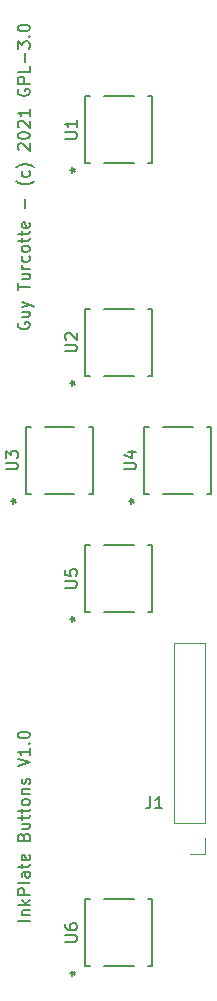
<source format=gbr>
G04 #@! TF.GenerationSoftware,KiCad,Pcbnew,5.1.9-73d0e3b20d~88~ubuntu20.04.1*
G04 #@! TF.CreationDate,2021-02-08T09:08:18-05:00*
G04 #@! TF.ProjectId,inkplate-buttons,696e6b70-6c61-4746-952d-627574746f6e,rev?*
G04 #@! TF.SameCoordinates,Original*
G04 #@! TF.FileFunction,Legend,Top*
G04 #@! TF.FilePolarity,Positive*
%FSLAX46Y46*%
G04 Gerber Fmt 4.6, Leading zero omitted, Abs format (unit mm)*
G04 Created by KiCad (PCBNEW 5.1.9-73d0e3b20d~88~ubuntu20.04.1) date 2021-02-08 09:08:18*
%MOMM*%
%LPD*%
G01*
G04 APERTURE LIST*
%ADD10C,0.150000*%
%ADD11C,0.120000*%
%ADD12C,0.152400*%
G04 APERTURE END LIST*
D10*
X101500000Y-108333333D02*
X101452380Y-108428571D01*
X101452380Y-108571428D01*
X101500000Y-108714285D01*
X101595238Y-108809523D01*
X101690476Y-108857142D01*
X101880952Y-108904761D01*
X102023809Y-108904761D01*
X102214285Y-108857142D01*
X102309523Y-108809523D01*
X102404761Y-108714285D01*
X102452380Y-108571428D01*
X102452380Y-108476190D01*
X102404761Y-108333333D01*
X102357142Y-108285714D01*
X102023809Y-108285714D01*
X102023809Y-108476190D01*
X101785714Y-107428571D02*
X102452380Y-107428571D01*
X101785714Y-107857142D02*
X102309523Y-107857142D01*
X102404761Y-107809523D01*
X102452380Y-107714285D01*
X102452380Y-107571428D01*
X102404761Y-107476190D01*
X102357142Y-107428571D01*
X101785714Y-107047619D02*
X102452380Y-106809523D01*
X101785714Y-106571428D02*
X102452380Y-106809523D01*
X102690476Y-106904761D01*
X102738095Y-106952380D01*
X102785714Y-107047619D01*
X101452380Y-105571428D02*
X101452380Y-105000000D01*
X102452380Y-105285714D02*
X101452380Y-105285714D01*
X101785714Y-104238095D02*
X102452380Y-104238095D01*
X101785714Y-104666666D02*
X102309523Y-104666666D01*
X102404761Y-104619047D01*
X102452380Y-104523809D01*
X102452380Y-104380952D01*
X102404761Y-104285714D01*
X102357142Y-104238095D01*
X102452380Y-103761904D02*
X101785714Y-103761904D01*
X101976190Y-103761904D02*
X101880952Y-103714285D01*
X101833333Y-103666666D01*
X101785714Y-103571428D01*
X101785714Y-103476190D01*
X102404761Y-102714285D02*
X102452380Y-102809523D01*
X102452380Y-103000000D01*
X102404761Y-103095238D01*
X102357142Y-103142857D01*
X102261904Y-103190476D01*
X101976190Y-103190476D01*
X101880952Y-103142857D01*
X101833333Y-103095238D01*
X101785714Y-103000000D01*
X101785714Y-102809523D01*
X101833333Y-102714285D01*
X102452380Y-102142857D02*
X102404761Y-102238095D01*
X102357142Y-102285714D01*
X102261904Y-102333333D01*
X101976190Y-102333333D01*
X101880952Y-102285714D01*
X101833333Y-102238095D01*
X101785714Y-102142857D01*
X101785714Y-102000000D01*
X101833333Y-101904761D01*
X101880952Y-101857142D01*
X101976190Y-101809523D01*
X102261904Y-101809523D01*
X102357142Y-101857142D01*
X102404761Y-101904761D01*
X102452380Y-102000000D01*
X102452380Y-102142857D01*
X101785714Y-101523809D02*
X101785714Y-101142857D01*
X101452380Y-101380952D02*
X102309523Y-101380952D01*
X102404761Y-101333333D01*
X102452380Y-101238095D01*
X102452380Y-101142857D01*
X101785714Y-100952380D02*
X101785714Y-100571428D01*
X101452380Y-100809523D02*
X102309523Y-100809523D01*
X102404761Y-100761904D01*
X102452380Y-100666666D01*
X102452380Y-100571428D01*
X102404761Y-99857142D02*
X102452380Y-99952380D01*
X102452380Y-100142857D01*
X102404761Y-100238095D01*
X102309523Y-100285714D01*
X101928571Y-100285714D01*
X101833333Y-100238095D01*
X101785714Y-100142857D01*
X101785714Y-99952380D01*
X101833333Y-99857142D01*
X101928571Y-99809523D01*
X102023809Y-99809523D01*
X102119047Y-100285714D01*
X102071428Y-98619047D02*
X102071428Y-97857142D01*
X102833333Y-96333333D02*
X102785714Y-96380952D01*
X102642857Y-96476190D01*
X102547619Y-96523809D01*
X102404761Y-96571428D01*
X102166666Y-96619047D01*
X101976190Y-96619047D01*
X101738095Y-96571428D01*
X101595238Y-96523809D01*
X101500000Y-96476190D01*
X101357142Y-96380952D01*
X101309523Y-96333333D01*
X102404761Y-95523809D02*
X102452380Y-95619047D01*
X102452380Y-95809523D01*
X102404761Y-95904761D01*
X102357142Y-95952380D01*
X102261904Y-96000000D01*
X101976190Y-96000000D01*
X101880952Y-95952380D01*
X101833333Y-95904761D01*
X101785714Y-95809523D01*
X101785714Y-95619047D01*
X101833333Y-95523809D01*
X102833333Y-95190476D02*
X102785714Y-95142857D01*
X102642857Y-95047619D01*
X102547619Y-95000000D01*
X102404761Y-94952380D01*
X102166666Y-94904761D01*
X101976190Y-94904761D01*
X101738095Y-94952380D01*
X101595238Y-95000000D01*
X101500000Y-95047619D01*
X101357142Y-95142857D01*
X101309523Y-95190476D01*
X101547619Y-93714285D02*
X101500000Y-93666666D01*
X101452380Y-93571428D01*
X101452380Y-93333333D01*
X101500000Y-93238095D01*
X101547619Y-93190476D01*
X101642857Y-93142857D01*
X101738095Y-93142857D01*
X101880952Y-93190476D01*
X102452380Y-93761904D01*
X102452380Y-93142857D01*
X101452380Y-92523809D02*
X101452380Y-92428571D01*
X101500000Y-92333333D01*
X101547619Y-92285714D01*
X101642857Y-92238095D01*
X101833333Y-92190476D01*
X102071428Y-92190476D01*
X102261904Y-92238095D01*
X102357142Y-92285714D01*
X102404761Y-92333333D01*
X102452380Y-92428571D01*
X102452380Y-92523809D01*
X102404761Y-92619047D01*
X102357142Y-92666666D01*
X102261904Y-92714285D01*
X102071428Y-92761904D01*
X101833333Y-92761904D01*
X101642857Y-92714285D01*
X101547619Y-92666666D01*
X101500000Y-92619047D01*
X101452380Y-92523809D01*
X101547619Y-91809523D02*
X101500000Y-91761904D01*
X101452380Y-91666666D01*
X101452380Y-91428571D01*
X101500000Y-91333333D01*
X101547619Y-91285714D01*
X101642857Y-91238095D01*
X101738095Y-91238095D01*
X101880952Y-91285714D01*
X102452380Y-91857142D01*
X102452380Y-91238095D01*
X102452380Y-90285714D02*
X102452380Y-90857142D01*
X102452380Y-90571428D02*
X101452380Y-90571428D01*
X101595238Y-90666666D01*
X101690476Y-90761904D01*
X101738095Y-90857142D01*
X101500000Y-88571428D02*
X101452380Y-88666666D01*
X101452380Y-88809523D01*
X101500000Y-88952380D01*
X101595238Y-89047619D01*
X101690476Y-89095238D01*
X101880952Y-89142857D01*
X102023809Y-89142857D01*
X102214285Y-89095238D01*
X102309523Y-89047619D01*
X102404761Y-88952380D01*
X102452380Y-88809523D01*
X102452380Y-88714285D01*
X102404761Y-88571428D01*
X102357142Y-88523809D01*
X102023809Y-88523809D01*
X102023809Y-88714285D01*
X102452380Y-88095238D02*
X101452380Y-88095238D01*
X101452380Y-87714285D01*
X101500000Y-87619047D01*
X101547619Y-87571428D01*
X101642857Y-87523809D01*
X101785714Y-87523809D01*
X101880952Y-87571428D01*
X101928571Y-87619047D01*
X101976190Y-87714285D01*
X101976190Y-88095238D01*
X102452380Y-86619047D02*
X102452380Y-87095238D01*
X101452380Y-87095238D01*
X102071428Y-86285714D02*
X102071428Y-85523809D01*
X101452380Y-85142857D02*
X101452380Y-84523809D01*
X101833333Y-84857142D01*
X101833333Y-84714285D01*
X101880952Y-84619047D01*
X101928571Y-84571428D01*
X102023809Y-84523809D01*
X102261904Y-84523809D01*
X102357142Y-84571428D01*
X102404761Y-84619047D01*
X102452380Y-84714285D01*
X102452380Y-85000000D01*
X102404761Y-85095238D01*
X102357142Y-85142857D01*
X102357142Y-84095238D02*
X102404761Y-84047619D01*
X102452380Y-84095238D01*
X102404761Y-84142857D01*
X102357142Y-84095238D01*
X102452380Y-84095238D01*
X101452380Y-83428571D02*
X101452380Y-83333333D01*
X101500000Y-83238095D01*
X101547619Y-83190476D01*
X101642857Y-83142857D01*
X101833333Y-83095238D01*
X102071428Y-83095238D01*
X102261904Y-83142857D01*
X102357142Y-83190476D01*
X102404761Y-83238095D01*
X102452380Y-83333333D01*
X102452380Y-83428571D01*
X102404761Y-83523809D01*
X102357142Y-83571428D01*
X102261904Y-83619047D01*
X102071428Y-83666666D01*
X101833333Y-83666666D01*
X101642857Y-83619047D01*
X101547619Y-83571428D01*
X101500000Y-83523809D01*
X101452380Y-83428571D01*
X102452380Y-159000000D02*
X101452380Y-159000000D01*
X101785714Y-158523809D02*
X102452380Y-158523809D01*
X101880952Y-158523809D02*
X101833333Y-158476190D01*
X101785714Y-158380952D01*
X101785714Y-158238095D01*
X101833333Y-158142857D01*
X101928571Y-158095238D01*
X102452380Y-158095238D01*
X102452380Y-157619047D02*
X101452380Y-157619047D01*
X102071428Y-157523809D02*
X102452380Y-157238095D01*
X101785714Y-157238095D02*
X102166666Y-157619047D01*
X102452380Y-156809523D02*
X101452380Y-156809523D01*
X101452380Y-156428571D01*
X101500000Y-156333333D01*
X101547619Y-156285714D01*
X101642857Y-156238095D01*
X101785714Y-156238095D01*
X101880952Y-156285714D01*
X101928571Y-156333333D01*
X101976190Y-156428571D01*
X101976190Y-156809523D01*
X102452380Y-155666666D02*
X102404761Y-155761904D01*
X102309523Y-155809523D01*
X101452380Y-155809523D01*
X102452380Y-154857142D02*
X101928571Y-154857142D01*
X101833333Y-154904761D01*
X101785714Y-155000000D01*
X101785714Y-155190476D01*
X101833333Y-155285714D01*
X102404761Y-154857142D02*
X102452380Y-154952380D01*
X102452380Y-155190476D01*
X102404761Y-155285714D01*
X102309523Y-155333333D01*
X102214285Y-155333333D01*
X102119047Y-155285714D01*
X102071428Y-155190476D01*
X102071428Y-154952380D01*
X102023809Y-154857142D01*
X101785714Y-154523809D02*
X101785714Y-154142857D01*
X101452380Y-154380952D02*
X102309523Y-154380952D01*
X102404761Y-154333333D01*
X102452380Y-154238095D01*
X102452380Y-154142857D01*
X102404761Y-153428571D02*
X102452380Y-153523809D01*
X102452380Y-153714285D01*
X102404761Y-153809523D01*
X102309523Y-153857142D01*
X101928571Y-153857142D01*
X101833333Y-153809523D01*
X101785714Y-153714285D01*
X101785714Y-153523809D01*
X101833333Y-153428571D01*
X101928571Y-153380952D01*
X102023809Y-153380952D01*
X102119047Y-153857142D01*
X101928571Y-151857142D02*
X101976190Y-151714285D01*
X102023809Y-151666666D01*
X102119047Y-151619047D01*
X102261904Y-151619047D01*
X102357142Y-151666666D01*
X102404761Y-151714285D01*
X102452380Y-151809523D01*
X102452380Y-152190476D01*
X101452380Y-152190476D01*
X101452380Y-151857142D01*
X101500000Y-151761904D01*
X101547619Y-151714285D01*
X101642857Y-151666666D01*
X101738095Y-151666666D01*
X101833333Y-151714285D01*
X101880952Y-151761904D01*
X101928571Y-151857142D01*
X101928571Y-152190476D01*
X101785714Y-150761904D02*
X102452380Y-150761904D01*
X101785714Y-151190476D02*
X102309523Y-151190476D01*
X102404761Y-151142857D01*
X102452380Y-151047619D01*
X102452380Y-150904761D01*
X102404761Y-150809523D01*
X102357142Y-150761904D01*
X101785714Y-150428571D02*
X101785714Y-150047619D01*
X101452380Y-150285714D02*
X102309523Y-150285714D01*
X102404761Y-150238095D01*
X102452380Y-150142857D01*
X102452380Y-150047619D01*
X101785714Y-149857142D02*
X101785714Y-149476190D01*
X101452380Y-149714285D02*
X102309523Y-149714285D01*
X102404761Y-149666666D01*
X102452380Y-149571428D01*
X102452380Y-149476190D01*
X102452380Y-149000000D02*
X102404761Y-149095238D01*
X102357142Y-149142857D01*
X102261904Y-149190476D01*
X101976190Y-149190476D01*
X101880952Y-149142857D01*
X101833333Y-149095238D01*
X101785714Y-149000000D01*
X101785714Y-148857142D01*
X101833333Y-148761904D01*
X101880952Y-148714285D01*
X101976190Y-148666666D01*
X102261904Y-148666666D01*
X102357142Y-148714285D01*
X102404761Y-148761904D01*
X102452380Y-148857142D01*
X102452380Y-149000000D01*
X101785714Y-148238095D02*
X102452380Y-148238095D01*
X101880952Y-148238095D02*
X101833333Y-148190476D01*
X101785714Y-148095238D01*
X101785714Y-147952380D01*
X101833333Y-147857142D01*
X101928571Y-147809523D01*
X102452380Y-147809523D01*
X102404761Y-147380952D02*
X102452380Y-147285714D01*
X102452380Y-147095238D01*
X102404761Y-147000000D01*
X102309523Y-146952380D01*
X102261904Y-146952380D01*
X102166666Y-147000000D01*
X102119047Y-147095238D01*
X102119047Y-147238095D01*
X102071428Y-147333333D01*
X101976190Y-147380952D01*
X101928571Y-147380952D01*
X101833333Y-147333333D01*
X101785714Y-147238095D01*
X101785714Y-147095238D01*
X101833333Y-147000000D01*
X101452380Y-145904761D02*
X102452380Y-145571428D01*
X101452380Y-145238095D01*
X102452380Y-144380952D02*
X102452380Y-144952380D01*
X102452380Y-144666666D02*
X101452380Y-144666666D01*
X101595238Y-144761904D01*
X101690476Y-144857142D01*
X101738095Y-144952380D01*
X102357142Y-143952380D02*
X102404761Y-143904761D01*
X102452380Y-143952380D01*
X102404761Y-144000000D01*
X102357142Y-143952380D01*
X102452380Y-143952380D01*
X101452380Y-143285714D02*
X101452380Y-143190476D01*
X101500000Y-143095238D01*
X101547619Y-143047619D01*
X101642857Y-143000000D01*
X101833333Y-142952380D01*
X102071428Y-142952380D01*
X102261904Y-143000000D01*
X102357142Y-143047619D01*
X102404761Y-143095238D01*
X102452380Y-143190476D01*
X102452380Y-143285714D01*
X102404761Y-143380952D01*
X102357142Y-143428571D01*
X102261904Y-143476190D01*
X102071428Y-143523809D01*
X101833333Y-143523809D01*
X101642857Y-143476190D01*
X101547619Y-143428571D01*
X101500000Y-143380952D01*
X101452380Y-143285714D01*
D11*
X117330000Y-135430000D02*
X114670000Y-135430000D01*
X117330000Y-150730000D02*
X117330000Y-135430000D01*
X114670000Y-150730000D02*
X114670000Y-135430000D01*
X117330000Y-150730000D02*
X114670000Y-150730000D01*
X117330000Y-152000000D02*
X117330000Y-153330000D01*
X117330000Y-153330000D02*
X116000000Y-153330000D01*
D12*
X107533660Y-89167900D02*
X107167900Y-89167900D01*
X111242060Y-89167900D02*
X108757940Y-89167900D01*
X112466340Y-94832100D02*
X112832100Y-94832100D01*
X108757940Y-94832100D02*
X111242060Y-94832100D01*
X107167900Y-94832100D02*
X107533660Y-94832100D01*
X107167900Y-89167900D02*
X107167900Y-94832100D01*
X112832100Y-89167900D02*
X112466340Y-89167900D01*
X112832100Y-94832100D02*
X112832100Y-89167900D01*
X107533660Y-107167900D02*
X107167900Y-107167900D01*
X111242060Y-107167900D02*
X108757940Y-107167900D01*
X112466340Y-112832100D02*
X112832100Y-112832100D01*
X108757940Y-112832100D02*
X111242060Y-112832100D01*
X107167900Y-112832100D02*
X107533660Y-112832100D01*
X107167900Y-107167900D02*
X107167900Y-112832100D01*
X112832100Y-107167900D02*
X112466340Y-107167900D01*
X112832100Y-112832100D02*
X112832100Y-107167900D01*
X107832100Y-122832100D02*
X107832100Y-117167900D01*
X107832100Y-117167900D02*
X107466340Y-117167900D01*
X102167900Y-117167900D02*
X102167900Y-122832100D01*
X102167900Y-122832100D02*
X102533660Y-122832100D01*
X103757940Y-122832100D02*
X106242060Y-122832100D01*
X107466340Y-122832100D02*
X107832100Y-122832100D01*
X106242060Y-117167900D02*
X103757940Y-117167900D01*
X102533660Y-117167900D02*
X102167900Y-117167900D01*
X112533660Y-117167900D02*
X112167900Y-117167900D01*
X116242060Y-117167900D02*
X113757940Y-117167900D01*
X117466340Y-122832100D02*
X117832100Y-122832100D01*
X113757940Y-122832100D02*
X116242060Y-122832100D01*
X112167900Y-122832100D02*
X112533660Y-122832100D01*
X112167900Y-117167900D02*
X112167900Y-122832100D01*
X117832100Y-117167900D02*
X117466340Y-117167900D01*
X117832100Y-122832100D02*
X117832100Y-117167900D01*
X112832100Y-132832100D02*
X112832100Y-127167900D01*
X112832100Y-127167900D02*
X112466340Y-127167900D01*
X107167900Y-127167900D02*
X107167900Y-132832100D01*
X107167900Y-132832100D02*
X107533660Y-132832100D01*
X108757940Y-132832100D02*
X111242060Y-132832100D01*
X112466340Y-132832100D02*
X112832100Y-132832100D01*
X111242060Y-127167900D02*
X108757940Y-127167900D01*
X107533660Y-127167900D02*
X107167900Y-127167900D01*
X112832100Y-162832100D02*
X112832100Y-157167900D01*
X112832100Y-157167900D02*
X112466340Y-157167900D01*
X107167900Y-157167900D02*
X107167900Y-162832100D01*
X107167900Y-162832100D02*
X107533660Y-162832100D01*
X108757940Y-162832100D02*
X111242060Y-162832100D01*
X112466340Y-162832100D02*
X112832100Y-162832100D01*
X111242060Y-157167900D02*
X108757940Y-157167900D01*
X107533660Y-157167900D02*
X107167900Y-157167900D01*
D10*
X112666666Y-148452380D02*
X112666666Y-149166666D01*
X112619047Y-149309523D01*
X112523809Y-149404761D01*
X112380952Y-149452380D01*
X112285714Y-149452380D01*
X113666666Y-149452380D02*
X113095238Y-149452380D01*
X113380952Y-149452380D02*
X113380952Y-148452380D01*
X113285714Y-148595238D01*
X113190476Y-148690476D01*
X113095238Y-148738095D01*
X105452380Y-92761904D02*
X106261904Y-92761904D01*
X106357142Y-92714285D01*
X106404761Y-92666666D01*
X106452380Y-92571428D01*
X106452380Y-92380952D01*
X106404761Y-92285714D01*
X106357142Y-92238095D01*
X106261904Y-92190476D01*
X105452380Y-92190476D01*
X106452380Y-91190476D02*
X106452380Y-91761904D01*
X106452380Y-91476190D02*
X105452380Y-91476190D01*
X105595238Y-91571428D01*
X105690476Y-91666666D01*
X105738095Y-91761904D01*
X105896380Y-95435350D02*
X106134476Y-95435350D01*
X106039238Y-95673445D02*
X106134476Y-95435350D01*
X106039238Y-95197254D01*
X106324952Y-95578207D02*
X106134476Y-95435350D01*
X106324952Y-95292492D01*
X105896380Y-95435350D02*
X106134476Y-95435350D01*
X106039238Y-95673445D02*
X106134476Y-95435350D01*
X106039238Y-95197254D01*
X106324952Y-95578207D02*
X106134476Y-95435350D01*
X106324952Y-95292492D01*
X105452380Y-110761904D02*
X106261904Y-110761904D01*
X106357142Y-110714285D01*
X106404761Y-110666666D01*
X106452380Y-110571428D01*
X106452380Y-110380952D01*
X106404761Y-110285714D01*
X106357142Y-110238095D01*
X106261904Y-110190476D01*
X105452380Y-110190476D01*
X105547619Y-109761904D02*
X105500000Y-109714285D01*
X105452380Y-109619047D01*
X105452380Y-109380952D01*
X105500000Y-109285714D01*
X105547619Y-109238095D01*
X105642857Y-109190476D01*
X105738095Y-109190476D01*
X105880952Y-109238095D01*
X106452380Y-109809523D01*
X106452380Y-109190476D01*
X105896380Y-113435350D02*
X106134476Y-113435350D01*
X106039238Y-113673445D02*
X106134476Y-113435350D01*
X106039238Y-113197254D01*
X106324952Y-113578207D02*
X106134476Y-113435350D01*
X106324952Y-113292492D01*
X105896380Y-113435350D02*
X106134476Y-113435350D01*
X106039238Y-113673445D02*
X106134476Y-113435350D01*
X106039238Y-113197254D01*
X106324952Y-113578207D02*
X106134476Y-113435350D01*
X106324952Y-113292492D01*
X100452380Y-120761904D02*
X101261904Y-120761904D01*
X101357142Y-120714285D01*
X101404761Y-120666666D01*
X101452380Y-120571428D01*
X101452380Y-120380952D01*
X101404761Y-120285714D01*
X101357142Y-120238095D01*
X101261904Y-120190476D01*
X100452380Y-120190476D01*
X100452380Y-119809523D02*
X100452380Y-119190476D01*
X100833333Y-119523809D01*
X100833333Y-119380952D01*
X100880952Y-119285714D01*
X100928571Y-119238095D01*
X101023809Y-119190476D01*
X101261904Y-119190476D01*
X101357142Y-119238095D01*
X101404761Y-119285714D01*
X101452380Y-119380952D01*
X101452380Y-119666666D01*
X101404761Y-119761904D01*
X101357142Y-119809523D01*
X100896380Y-123435350D02*
X101134476Y-123435350D01*
X101039238Y-123673445D02*
X101134476Y-123435350D01*
X101039238Y-123197254D01*
X101324952Y-123578207D02*
X101134476Y-123435350D01*
X101324952Y-123292492D01*
X100896380Y-123435350D02*
X101134476Y-123435350D01*
X101039238Y-123673445D02*
X101134476Y-123435350D01*
X101039238Y-123197254D01*
X101324952Y-123578207D02*
X101134476Y-123435350D01*
X101324952Y-123292492D01*
X110452380Y-120761904D02*
X111261904Y-120761904D01*
X111357142Y-120714285D01*
X111404761Y-120666666D01*
X111452380Y-120571428D01*
X111452380Y-120380952D01*
X111404761Y-120285714D01*
X111357142Y-120238095D01*
X111261904Y-120190476D01*
X110452380Y-120190476D01*
X110785714Y-119285714D02*
X111452380Y-119285714D01*
X110404761Y-119523809D02*
X111119047Y-119761904D01*
X111119047Y-119142857D01*
X110896380Y-123435350D02*
X111134476Y-123435350D01*
X111039238Y-123673445D02*
X111134476Y-123435350D01*
X111039238Y-123197254D01*
X111324952Y-123578207D02*
X111134476Y-123435350D01*
X111324952Y-123292492D01*
X110896380Y-123435350D02*
X111134476Y-123435350D01*
X111039238Y-123673445D02*
X111134476Y-123435350D01*
X111039238Y-123197254D01*
X111324952Y-123578207D02*
X111134476Y-123435350D01*
X111324952Y-123292492D01*
X105452380Y-130761904D02*
X106261904Y-130761904D01*
X106357142Y-130714285D01*
X106404761Y-130666666D01*
X106452380Y-130571428D01*
X106452380Y-130380952D01*
X106404761Y-130285714D01*
X106357142Y-130238095D01*
X106261904Y-130190476D01*
X105452380Y-130190476D01*
X105452380Y-129238095D02*
X105452380Y-129714285D01*
X105928571Y-129761904D01*
X105880952Y-129714285D01*
X105833333Y-129619047D01*
X105833333Y-129380952D01*
X105880952Y-129285714D01*
X105928571Y-129238095D01*
X106023809Y-129190476D01*
X106261904Y-129190476D01*
X106357142Y-129238095D01*
X106404761Y-129285714D01*
X106452380Y-129380952D01*
X106452380Y-129619047D01*
X106404761Y-129714285D01*
X106357142Y-129761904D01*
X105896380Y-133435350D02*
X106134476Y-133435350D01*
X106039238Y-133673445D02*
X106134476Y-133435350D01*
X106039238Y-133197254D01*
X106324952Y-133578207D02*
X106134476Y-133435350D01*
X106324952Y-133292492D01*
X105896380Y-133435350D02*
X106134476Y-133435350D01*
X106039238Y-133673445D02*
X106134476Y-133435350D01*
X106039238Y-133197254D01*
X106324952Y-133578207D02*
X106134476Y-133435350D01*
X106324952Y-133292492D01*
X105452380Y-160761904D02*
X106261904Y-160761904D01*
X106357142Y-160714285D01*
X106404761Y-160666666D01*
X106452380Y-160571428D01*
X106452380Y-160380952D01*
X106404761Y-160285714D01*
X106357142Y-160238095D01*
X106261904Y-160190476D01*
X105452380Y-160190476D01*
X105452380Y-159285714D02*
X105452380Y-159476190D01*
X105500000Y-159571428D01*
X105547619Y-159619047D01*
X105690476Y-159714285D01*
X105880952Y-159761904D01*
X106261904Y-159761904D01*
X106357142Y-159714285D01*
X106404761Y-159666666D01*
X106452380Y-159571428D01*
X106452380Y-159380952D01*
X106404761Y-159285714D01*
X106357142Y-159238095D01*
X106261904Y-159190476D01*
X106023809Y-159190476D01*
X105928571Y-159238095D01*
X105880952Y-159285714D01*
X105833333Y-159380952D01*
X105833333Y-159571428D01*
X105880952Y-159666666D01*
X105928571Y-159714285D01*
X106023809Y-159761904D01*
X105896380Y-163435350D02*
X106134476Y-163435350D01*
X106039238Y-163673445D02*
X106134476Y-163435350D01*
X106039238Y-163197254D01*
X106324952Y-163578207D02*
X106134476Y-163435350D01*
X106324952Y-163292492D01*
X105896380Y-163435350D02*
X106134476Y-163435350D01*
X106039238Y-163673445D02*
X106134476Y-163435350D01*
X106039238Y-163197254D01*
X106324952Y-163578207D02*
X106134476Y-163435350D01*
X106324952Y-163292492D01*
M02*

</source>
